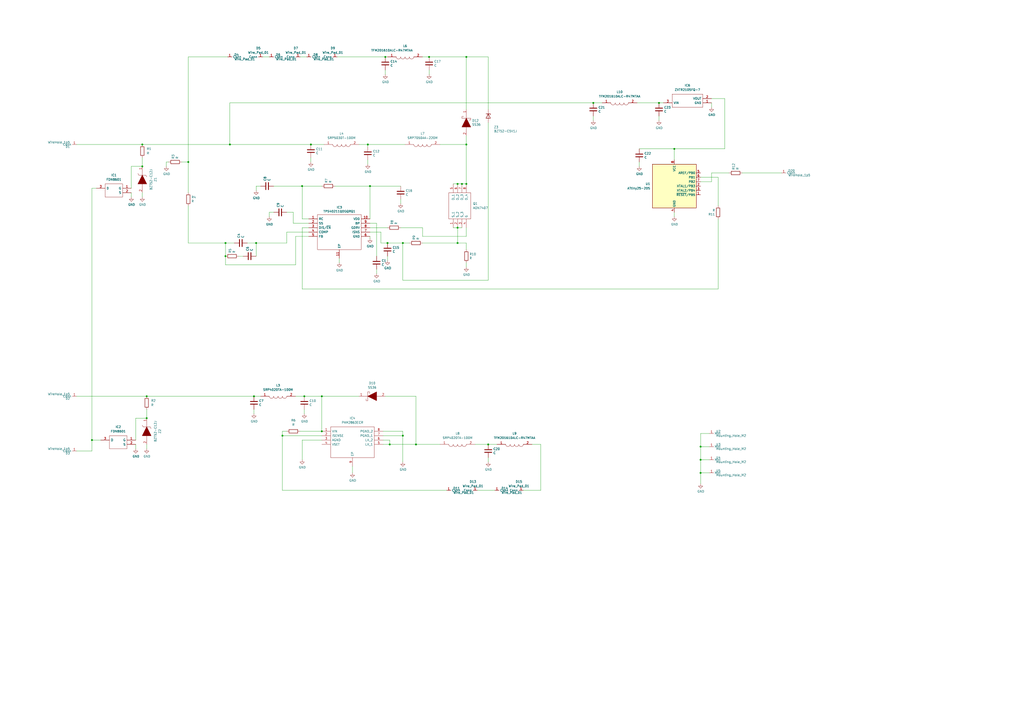
<source format=kicad_sch>
(kicad_sch (version 20211123) (generator eeschema)
  (paper "A2")
  (lib_symbols
    (symbol "AON7407:AON7407" (pin_names (offset 0.762))
      (property "Reference" "Q" (at 21.59 7.62 0))
      (property "Value" "AON7407" (at 21.59 5.08 0))
      (symbol "AON7407_0_0"
        (pin passive line (at 0 0 0) (length 5.08) (name "S_1") (number "1"))
        (pin passive line (at 0 -2.54 0) (length 5.08) (name "S_2") (number "2"))
        (pin passive line (at 0 -5.08 0) (length 5.08) (name "S_3") (number "3"))
        (pin passive line (at 0 -7.62 0) (length 5.08) (name "G") (number "4"))
        (pin passive line (at 25.4 0 180) (length 5.08) (name "D_1") (number "5"))
        (pin passive line (at 25.4 -2.54 180) (length 5.08) (name "D_2") (number "6"))
        (pin passive line (at 25.4 -5.08 180) (length 5.08) (name "D_3") (number "7"))
        (pin passive line (at 25.4 -7.62 180) (length 5.08) (name "D_4") (number "8"))
      )
    )
    (symbol "BZT52-C12J:BZT52-C12J" (pin_names (offset 0.762))
      (property "Reference" "Z" (at 10.16 8.89 0))
      (property "Value" "BZT52-C12J" (at 10.16 6.35 0))
      (symbol "BZT52-C12J_0_0"
        (pin passive line (at 0 0 0) (length 2.54) (name "~") (number "1"))
        (pin passive line (at 15.24 0 180) (length 2.54) (name "~") (number "2"))
      )
    )
    (symbol "Connectors_for_Wire:WireHole_1p5"
      (property "Reference" "D" (at 0 -1.27 0))
      (property "Value" "WireHole_1p5" (at 0 1.27 0))
      (symbol "WireHole_1p5_1_0"
        (pin bidirectional line (at 0 0 0) (length 2.54) (name "Conn") (number "1"))
      )
    )
    (symbol "Connectors_for_Wire:Wire_Pad_01"
      (property "Reference" "D" (at -0.6875 -1.3327 0))
      (property "Value" "Wire_Pad_01" (at 0 1.27 0))
      (symbol "Wire_Pad_01_1_1"
        (pin unspecified line (at 0 0 0) (length 2.54) (name "Conn") (number "1"))
      )
    )
    (symbol "Device:C" (pin_numbers hide) (pin_names (offset 0.254))
      (property "Reference" "C" (at 0.635 2.54 0))
      (property "Value" "C" (at 0.635 -2.54 0))
      (symbol "C_1_1"
        (pin passive line (at 0 3.81 270) (length 2.794) (name "~") (number "1"))
        (pin passive line (at 0 -3.81 90) (length 2.794) (name "~") (number "2"))
      )
    )
    (symbol "Device:R" (pin_numbers hide) (pin_names (offset 0))
      (property "Reference" "R" (at 2.032 0 90))
      (property "Value" "R" (at 0 0 90))
      (symbol "R_1_1"
        (pin passive line (at 0 3.81 270) (length 1.27) (name "~") (number "1"))
        (pin passive line (at 0 -3.81 90) (length 1.27) (name "~") (number "2"))
      )
    )
    (symbol "Diode:MM3Zxx" (pin_numbers hide) (pin_names hide)
      (property "Reference" "D" (at 0 2.54 0))
      (property "Value" "MM3Zxx" (at 0 -2.54 0))
      (symbol "MM3Zxx_1_1"
        (pin passive line (at -3.81 0 0) (length 2.54) (name "K") (number "1"))
        (pin passive line (at 3.81 0 180) (length 2.54) (name "A") (number "2"))
      )
    )
    (symbol "FDN8601:FDN8601" (pin_names (offset 0.762))
      (property "Reference" "IC" (at 16.51 7.62 0))
      (property "Value" "FDN8601" (at 16.51 5.08 0))
      (symbol "FDN8601_0_0"
        (pin passive line (at 0 0 0) (length 5.08) (name "G") (number "1"))
        (pin passive line (at 0 -2.54 0) (length 5.08) (name "S") (number "2"))
        (pin passive line (at 20.32 0 180) (length 5.08) (name "D") (number "3"))
      )
    )
    (symbol "MCU_Microchip_ATtiny:ATtiny25-20S"
      (property "Reference" "U" (at -12.7 13.97 0))
      (property "Value" "ATtiny25-20S" (at 2.54 -13.97 0))
      (symbol "ATtiny25-20S_1_1"
        (pin bidirectional line (at 15.24 -5.08 180) (length 2.54) (name "~{RESET}/PB5") (number "1"))
        (pin bidirectional line (at 15.24 0 180) (length 2.54) (name "XTAL1/PB3") (number "2"))
        (pin bidirectional line (at 15.24 -2.54 180) (length 2.54) (name "XTAL2/PB4") (number "3"))
        (pin power_in line (at 0 -15.24 90) (length 2.54) (name "GND") (number "4"))
        (pin bidirectional line (at 15.24 7.62 180) (length 2.54) (name "AREF/PB0") (number "5"))
        (pin bidirectional line (at 15.24 5.08 180) (length 2.54) (name "PB1") (number "6"))
        (pin bidirectional line (at 15.24 2.54 180) (length 2.54) (name "PB2") (number "7"))
        (pin power_in line (at 0 15.24 270) (length 2.54) (name "VCC") (number "8"))
      )
    )
    (symbol "Main_PCB_001-rescue:TPS40211QDGQRQ1-TPS40211QDGQRQ1" (pin_names (offset 0.762))
      (property "Reference" "IC" (at 31.75 7.62 0))
      (property "Value" "TPS40211QDGQRQ1-TPS40211QDGQRQ1" (at 31.75 5.08 0))
      (symbol "TPS40211QDGQRQ1-TPS40211QDGQRQ1_0_0"
        (pin passive line (at 0 0 0) (length 5.08) (name "RC") (number "1"))
        (pin passive line (at 35.56 0 180) (length 5.08) (name "VDD") (number "10"))
        (pin passive line (at 17.78 -22.86 90) (length 5.08) (name "EP") (number "11"))
        (pin passive line (at 0 -2.54 0) (length 5.08) (name "SS") (number "2"))
        (pin passive line (at 0 -5.08 0) (length 5.08) (name "DIS/~{EN}") (number "3"))
        (pin passive line (at 0 -7.62 0) (length 5.08) (name "COMP") (number "4"))
        (pin passive line (at 0 -10.16 0) (length 5.08) (name "FB") (number "5"))
        (pin passive line (at 35.56 -10.16 180) (length 5.08) (name "GND") (number "6"))
        (pin passive line (at 35.56 -7.62 180) (length 5.08) (name "ISNS") (number "7"))
        (pin passive line (at 35.56 -5.08 180) (length 5.08) (name "GDRV") (number "8"))
        (pin passive line (at 35.56 -2.54 180) (length 5.08) (name "BP") (number "9"))
      )
    )
    (symbol "Mounting_Holes:Mounting_Hole_M2"
      (property "Reference" "U" (at 0 -1.27 0))
      (property "Value" "Mounting_Hole_M2" (at 0 2.54 0))
      (symbol "Mounting_Hole_M2_1_1"
        (pin input line (at -2.54 0 0) (length 2.54) (name "Mnt") (number "1"))
      )
    )
    (symbol "PAM2863ECR:PAM2863ECR" (pin_names (offset 0.762))
      (property "Reference" "IC" (at 31.75 7.62 0))
      (property "Value" "PAM2863ECR" (at 31.75 5.08 0))
      (symbol "PAM2863ECR_0_0"
        (pin passive line (at 0 0 0) (length 5.08) (name "VIN") (number "1"))
        (pin passive line (at 0 -2.54 0) (length 5.08) (name "ISENSE") (number "2"))
        (pin passive line (at 0 -5.08 0) (length 5.08) (name "AGND") (number "3"))
        (pin passive line (at 0 -7.62 0) (length 5.08) (name "VSET") (number "4"))
        (pin passive line (at 35.56 -7.62 180) (length 5.08) (name "LX_1") (number "5"))
        (pin passive line (at 35.56 -5.08 180) (length 5.08) (name "LX_2") (number "6"))
        (pin passive line (at 35.56 -2.54 180) (length 5.08) (name "PGND_1") (number "7"))
        (pin passive line (at 35.56 0 180) (length 5.08) (name "PGND_2") (number "8"))
        (pin passive line (at 17.78 -20.32 90) (length 5.08) (name "EP") (number "9"))
      )
    )
    (symbol "SRP4020TA-100M:SRP4020TA-100M" (pin_names (offset 0.762))
      (property "Reference" "L" (at 16.51 6.35 0))
      (property "Value" "SRP4020TA-100M" (at 16.51 3.81 0))
      (symbol "SRP4020TA-100M_0_0"
        (pin passive line (at 0 0 0) (length 5.08) (name "~") (number "1"))
        (pin passive line (at 20.32 0 180) (length 5.08) (name "~") (number "2"))
      )
    )
    (symbol "SRP5030T-100M:SRP5030T-100M" (pin_names (offset 0.762))
      (property "Reference" "L" (at 16.51 6.35 0))
      (property "Value" "SRP5030T-100M" (at 16.51 3.81 0))
      (symbol "SRP5030T-100M_0_0"
        (pin passive line (at 0 0 0) (length 5.08) (name "~") (number "1"))
        (pin passive line (at 20.32 0 180) (length 5.08) (name "~") (number "2"))
      )
    )
    (symbol "SRP7050AA-220M:SRP7050AA-220M" (pin_names (offset 0.762))
      (property "Reference" "L" (at 16.51 6.35 0))
      (property "Value" "SRP7050AA-220M" (at 16.51 3.81 0))
      (symbol "SRP7050AA-220M_0_0"
        (pin passive line (at 0 0 0) (length 5.08) (name "~") (number "1"))
        (pin passive line (at 20.32 0 180) (length 5.08) (name "~") (number "2"))
      )
    )
    (symbol "SS36:SS36" (pin_names (offset 0.762))
      (property "Reference" "D" (at 12.7 8.89 0))
      (property "Value" "SS36" (at 12.7 6.35 0))
      (symbol "SS36_0_0"
        (pin passive line (at 2.54 0 0) (length 2.54) (name "~") (number "1"))
        (pin passive line (at 17.78 0 180) (length 2.54) (name "~") (number "2"))
      )
    )
    (symbol "TFM201610ALC-R47MTAA:TFM201610ALC-R47MTAA" (pin_names (offset 0.762))
      (property "Reference" "L" (at 16.51 6.35 0))
      (property "Value" "TFM201610ALC-R47MTAA" (at 16.51 3.81 0))
      (symbol "TFM201610ALC-R47MTAA_0_0"
        (pin passive line (at 0 0 0) (length 5.08) (name "~") (number "1"))
        (pin passive line (at 20.32 0 180) (length 5.08) (name "~") (number "2"))
      )
    )
    (symbol "ZXTR2105FQ-7:ZXTR2105FQ-7" (pin_names (offset 0.762))
      (property "Reference" "IC" (at 24.13 7.62 0))
      (property "Value" "ZXTR2105FQ-7" (at 24.13 5.08 0))
      (symbol "ZXTR2105FQ-7_0_0"
        (pin passive line (at 0 0 0) (length 5.08) (name "GND") (number "1"))
        (pin passive line (at 0 -2.54 0) (length 5.08) (name "VOUT") (number "2"))
        (pin passive line (at 27.94 0 180) (length 5.08) (name "VIN") (number "3"))
      )
    )
    (symbol "power:GND" (power) (pin_names (offset 0))
      (property "Value" "GND" (at 0 -3.81 0))
      (symbol "GND_1_1"
        (pin power_in line (at 0 0 270) (length 0) hide (name "GND") (number "1"))
      )
    )
  )
  (junction (at 283.21 257.81))
  (junction (at 241.3 257.81))
  (junction (at 344.17 59.69))
  (junction (at 406.4 274.32))
  (junction (at 148.59 140.97))
  (junction (at 265.43 132.08))
  (junction (at 186.69 229.87))
  (junction (at 85.09 229.87))
  (junction (at 214.63 107.95))
  (junction (at 224.79 140.97))
  (junction (at 226.06 257.81))
  (junction (at 176.53 229.87))
  (junction (at 265.43 106.68))
  (junction (at 186.69 250.19))
  (junction (at 180.34 83.82))
  (junction (at 270.51 33.02))
  (junction (at 270.51 106.68))
  (junction (at 406.4 266.7))
  (junction (at 267.97 106.68))
  (junction (at 213.36 83.82))
  (junction (at 133.35 83.82))
  (junction (at 233.68 140.97))
  (junction (at 248.92 33.02))
  (junction (at 130.81 140.97))
  (junction (at 147.32 229.87))
  (junction (at 82.55 83.82))
  (junction (at 85.09 242.57))
  (junction (at 130.81 148.59))
  (junction (at 109.22 93.98))
  (junction (at 382.27 59.69))
  (junction (at 223.52 33.02))
  (junction (at 53.34 255.27))
  (junction (at 82.55 96.52))
  (junction (at 233.68 252.73))
  (junction (at 391.16 86.36))
  (junction (at 163.83 252.73))
  (junction (at 175.26 107.95))
  (junction (at 406.4 259.08))
  (junction (at 270.51 83.82))
  (junction (at 265.43 140.97))
  (wire (pts (xy 130.81 148.59) (xy 130.81 153.67)))
  (wire (pts (xy 406.4 102.87) (xy 416.56 102.87)))
  (wire (pts (xy 265.43 140.97) (xy 270.51 140.97)))
  (wire (pts (xy 270.51 140.97) (xy 270.51 144.78)))
  (wire (pts (xy 158.75 123.19) (xy 156.21 123.19)))
  (wire (pts (xy 147.32 229.87) (xy 151.13 229.87)))
  (wire (pts (xy 204.47 270.51) (xy 204.47 274.32)))
  (wire (pts (xy 85.09 257.81) (xy 85.09 260.35)))
  (wire (pts (xy 226.06 255.27) (xy 226.06 257.81)))
  (wire (pts (xy 85.09 229.87) (xy 147.32 229.87)))
  (wire (pts (xy 218.44 148.59) (xy 218.44 129.54)))
  (wire (pts (xy 180.34 83.82) (xy 187.96 83.82)))
  (wire (pts (xy 82.55 91.44) (xy 82.55 96.52)))
  (wire (pts (xy 406.4 259.08) (xy 411.48 259.08)))
  (wire (pts (xy 241.3 257.81) (xy 226.06 257.81)))
  (wire (pts (xy 44.45 229.87) (xy 85.09 229.87)))
  (wire (pts (xy 196.85 149.86) (xy 196.85 152.4)))
  (wire (pts (xy 220.98 140.97) (xy 224.79 140.97)))
  (wire (pts (xy 233.68 252.73) (xy 233.68 267.97)))
  (wire (pts (xy 265.43 132.08) (xy 267.97 132.08)))
  (wire (pts (xy 233.68 140.97) (xy 233.68 162.56)))
  (wire (pts (xy 224.79 148.59) (xy 224.79 151.13)))
  (wire (pts (xy 44.45 261.62) (xy 53.34 261.62)))
  (wire (pts (xy 170.18 123.19) (xy 170.18 129.54)))
  (wire (pts (xy 270.51 33.02) (xy 270.51 63.5)))
  (wire (pts (xy 406.4 251.46) (xy 411.48 251.46)))
  (wire (pts (xy 391.16 86.36) (xy 391.16 92.71)))
  (wire (pts (xy 158.75 107.95) (xy 175.26 107.95)))
  (wire (pts (xy 82.55 111.76) (xy 82.55 114.3)))
  (wire (pts (xy 218.44 129.54) (xy 214.63 129.54)))
  (wire (pts (xy 255.27 257.81) (xy 241.3 257.81)))
  (wire (pts (xy 76.2 96.52) (xy 82.55 96.52)))
  (wire (pts (xy 412.75 105.41) (xy 412.75 100.33)))
  (wire (pts (xy 406.4 266.7) (xy 411.48 266.7)))
  (wire (pts (xy 245.11 33.02) (xy 248.92 33.02)))
  (wire (pts (xy 303.53 284.48) (xy 313.69 284.48)))
  (wire (pts (xy 109.22 119.38) (xy 109.22 140.97)))
  (wire (pts (xy 416.56 167.64) (xy 175.26 167.64)))
  (wire (pts (xy 412.75 57.15) (xy 420.37 57.15)))
  (wire (pts (xy 180.34 91.44) (xy 180.34 93.98)))
  (wire (pts (xy 76.2 111.76) (xy 76.2 114.3)))
  (wire (pts (xy 233.68 250.19) (xy 233.68 252.73)))
  (wire (pts (xy 170.18 129.54) (xy 179.07 129.54)))
  (wire (pts (xy 412.75 100.33) (xy 422.91 100.33)))
  (wire (pts (xy 406.4 105.41) (xy 412.75 105.41)))
  (wire (pts (xy 173.99 250.19) (xy 186.69 250.19)))
  (wire (pts (xy 175.26 127) (xy 179.07 127)))
  (wire (pts (xy 270.51 106.68) (xy 267.97 106.68)))
  (wire (pts (xy 370.84 93.98) (xy 370.84 96.52)))
  (wire (pts (xy 186.69 107.95) (xy 175.26 107.95)))
  (wire (pts (xy 313.69 257.81) (xy 308.61 257.81)))
  (wire (pts (xy 412.75 59.69) (xy 412.75 62.23)))
  (wire (pts (xy 430.53 100.33) (xy 453.39 100.33)))
  (wire (pts (xy 166.37 250.19) (xy 163.83 250.19)))
  (wire (pts (xy 226.06 257.81) (xy 222.25 257.81)))
  (wire (pts (xy 53.34 255.27) (xy 58.42 255.27)))
  (wire (pts (xy 406.4 259.08) (xy 406.4 266.7)))
  (wire (pts (xy 420.37 86.36) (xy 391.16 86.36)))
  (wire (pts (xy 406.4 274.32) (xy 411.48 274.32)))
  (wire (pts (xy 133.35 83.82) (xy 180.34 83.82)))
  (wire (pts (xy 175.26 132.08) (xy 179.07 132.08)))
  (wire (pts (xy 222.25 250.19) (xy 233.68 250.19)))
  (wire (pts (xy 245.11 137.16) (xy 245.11 132.08)))
  (wire (pts (xy 406.4 266.7) (xy 406.4 274.32)))
  (wire (pts (xy 218.44 156.21) (xy 218.44 158.75)))
  (wire (pts (xy 76.2 109.22) (xy 76.2 96.52)))
  (wire (pts (xy 406.4 274.32) (xy 406.4 280.67)))
  (wire (pts (xy 175.26 167.64) (xy 175.26 132.08)))
  (wire (pts (xy 130.81 140.97) (xy 130.81 148.59)))
  (wire (pts (xy 166.37 140.97) (xy 148.59 140.97)))
  (wire (pts (xy 109.22 33.02) (xy 109.22 93.98)))
  (wire (pts (xy 179.07 134.62) (xy 166.37 134.62)))
  (wire (pts (xy 105.41 93.98) (xy 109.22 93.98)))
  (wire (pts (xy 283.21 33.02) (xy 270.51 33.02)))
  (wire (pts (xy 270.51 132.08) (xy 270.51 137.16)))
  (wire (pts (xy 237.49 140.97) (xy 233.68 140.97)))
  (wire (pts (xy 166.37 123.19) (xy 170.18 123.19)))
  (wire (pts (xy 44.45 83.82) (xy 82.55 83.82)))
  (wire (pts (xy 214.63 132.08) (xy 224.79 132.08)))
  (wire (pts (xy 275.59 257.81) (xy 283.21 257.81)))
  (wire (pts (xy 283.21 33.02) (xy 283.21 63.5)))
  (wire (pts (xy 382.27 67.31) (xy 382.27 69.85)))
  (wire (pts (xy 220.98 134.62) (xy 220.98 140.97)))
  (wire (pts (xy 195.58 33.02) (xy 223.52 33.02)))
  (wire (pts (xy 53.34 255.27) (xy 53.34 109.22)))
  (wire (pts (xy 313.69 284.48) (xy 313.69 257.81)))
  (wire (pts (xy 344.17 67.31) (xy 344.17 69.85)))
  (wire (pts (xy 420.37 57.15) (xy 420.37 86.36)))
  (wire (pts (xy 391.16 86.36) (xy 370.84 86.36)))
  (wire (pts (xy 406.4 251.46) (xy 406.4 259.08)))
  (wire (pts (xy 132.08 33.02) (xy 109.22 33.02)))
  (wire (pts (xy 270.51 152.4) (xy 270.51 154.94)))
  (wire (pts (xy 194.31 107.95) (xy 214.63 107.95)))
  (wire (pts (xy 416.56 102.87) (xy 416.56 119.38)))
  (wire (pts (xy 176.53 229.87) (xy 186.69 229.87)))
  (wire (pts (xy 283.21 257.81) (xy 288.29 257.81)))
  (wire (pts (xy 78.74 255.27) (xy 78.74 242.57)))
  (wire (pts (xy 82.55 83.82) (xy 133.35 83.82)))
  (wire (pts (xy 151.13 107.95) (xy 148.59 107.95)))
  (wire (pts (xy 214.63 137.16) (xy 214.63 138.43)))
  (wire (pts (xy 171.45 229.87) (xy 176.53 229.87)))
  (wire (pts (xy 265.43 132.08) (xy 265.43 140.97)))
  (wire (pts (xy 391.16 123.19) (xy 391.16 125.73)))
  (wire (pts (xy 171.45 153.67) (xy 171.45 137.16)))
  (wire (pts (xy 140.97 148.59) (xy 138.43 148.59)))
  (wire (pts (xy 176.53 237.49) (xy 176.53 240.03)))
  (wire (pts (xy 245.11 140.97) (xy 265.43 140.97)))
  (wire (pts (xy 163.83 250.19) (xy 163.83 252.73)))
  (wire (pts (xy 148.59 148.59) (xy 148.59 140.97)))
  (wire (pts (xy 382.27 59.69) (xy 384.81 59.69)))
  (wire (pts (xy 241.3 229.87) (xy 241.3 257.81)))
  (wire (pts (xy 214.63 134.62) (xy 220.98 134.62)))
  (wire (pts (xy 270.51 83.82) (xy 270.51 106.68)))
  (wire (pts (xy 245.11 132.08) (xy 232.41 132.08)))
  (wire (pts (xy 175.26 255.27) (xy 175.26 266.7)))
  (wire (pts (xy 109.22 140.97) (xy 130.81 140.97)))
  (wire (pts (xy 248.92 33.02) (xy 270.51 33.02)))
  (wire (pts (xy 166.37 134.62) (xy 166.37 140.97)))
  (wire (pts (xy 175.26 107.95) (xy 175.26 127)))
  (wire (pts (xy 270.51 137.16) (xy 245.11 137.16)))
  (wire (pts (xy 213.36 83.82) (xy 208.28 83.82)))
  (wire (pts (xy 148.59 107.95) (xy 148.59 110.49)))
  (wire (pts (xy 96.52 93.98) (xy 96.52 96.52)))
  (wire (pts (xy 171.45 137.16) (xy 179.07 137.16)))
  (wire (pts (xy 156.21 123.19) (xy 156.21 125.73)))
  (wire (pts (xy 148.59 140.97) (xy 143.51 140.97)))
  (wire (pts (xy 163.83 284.48) (xy 163.83 252.73)))
  (wire (pts (xy 222.25 252.73) (xy 233.68 252.73)))
  (wire (pts (xy 232.41 115.57) (xy 232.41 118.11)))
  (wire (pts (xy 262.89 106.68) (xy 265.43 106.68)))
  (wire (pts (xy 133.35 59.69) (xy 344.17 59.69)))
  (wire (pts (xy 213.36 83.82) (xy 213.36 85.09)))
  (wire (pts (xy 174.1262 33.02) (xy 177.9362 33.02)))
  (wire (pts (xy 416.56 127) (xy 416.56 167.64)))
  (wire (pts (xy 213.36 92.71) (xy 213.36 95.25)))
  (wire (pts (xy 223.52 40.64) (xy 223.52 43.18)))
  (wire (pts (xy 276.86 284.48) (xy 287.02 284.48)))
  (wire (pts (xy 186.69 250.19) (xy 186.69 229.87)))
  (wire (pts (xy 53.34 261.62) (xy 53.34 255.27)))
  (wire (pts (xy 234.95 83.82) (xy 213.36 83.82)))
  (wire (pts (xy 78.74 257.81) (xy 78.74 260.35)))
  (wire (pts (xy 97.79 93.98) (xy 96.52 93.98)))
  (wire (pts (xy 152.4 33.02) (xy 156.21 33.02)))
  (wire (pts (xy 53.34 109.22) (xy 55.88 109.22)))
  (wire (pts (xy 344.17 59.69) (xy 349.25 59.69)))
  (wire (pts (xy 233.68 162.56) (xy 283.21 162.56)))
  (wire (pts (xy 248.92 40.64) (xy 248.92 43.18)))
  (wire (pts (xy 283.21 265.43) (xy 283.21 267.97)))
  (wire (pts (xy 223.52 33.02) (xy 224.79 33.02)))
  (wire (pts (xy 223.52 229.87) (xy 241.3 229.87)))
  (wire (pts (xy 147.32 237.49) (xy 147.32 240.03)))
  (wire (pts (xy 78.74 242.57) (xy 85.09 242.57)))
  (wire (pts (xy 133.35 59.69) (xy 133.35 83.82)))
  (wire (pts (xy 283.21 71.12) (xy 283.21 162.56)))
  (wire (pts (xy 233.68 140.97) (xy 224.79 140.97)))
  (wire (pts (xy 265.43 106.68) (xy 267.97 106.68)))
  (wire (pts (xy 109.22 93.98) (xy 109.22 111.76)))
  (wire (pts (xy 175.26 255.27) (xy 186.69 255.27)))
  (wire (pts (xy 259.08 284.48) (xy 163.83 284.48)))
  (wire (pts (xy 255.27 83.82) (xy 270.51 83.82)))
  (wire (pts (xy 130.81 153.67) (xy 171.45 153.67)))
  (wire (pts (xy 135.89 140.97) (xy 130.81 140.97)))
  (wire (pts (xy 163.83 252.73) (xy 186.69 252.73)))
  (wire (pts (xy 222.25 255.27) (xy 226.06 255.27)))
  (wire (pts (xy 85.09 237.49) (xy 85.09 242.57)))
  (wire (pts (xy 214.63 127) (xy 214.63 107.95)))
  (wire (pts (xy 262.89 132.08) (xy 265.43 132.08)))
  (wire (pts (xy 186.69 229.87) (xy 208.28 229.87)))
  (wire (pts (xy 369.57 59.69) (xy 382.27 59.69)))
  (wire (pts (xy 270.51 83.82) (xy 270.51 78.74)))
  (wire (pts (xy 214.63 107.95) (xy 232.41 107.95)))
  (symbol (lib_id "Main_PCB_001-rescue:TPS40211QDGQRQ1-TPS40211QDGQRQ1") (at 179.07 127 0) (unit 1)
    (property "Reference" "IC3" (at 196.85 120.269 0))
    (property "Value" "TPS40211QDGQRQ1" (at 196.85 122.5804 0))
    (property "Footprint" "libraries:SOP50P490X110-11N" (effects hide))
    (property "Datasheet" "http://www.ti.com/lit/gpn/tps40211-q1" (effects hide))
    (property "Description" "4.5V to 52V Wide Input range current mode boost controller with 260 mV reference voltage" (effects hide))
    (property "Height" "1.1" (effects hide))
    (property "Manufacturer_Name" "Texas Instruments" (effects hide))
    (property "Manufacturer_Part_Number" "TPS40211QDGQRQ1" (effects hide))
    (property "Mouser Part Number" "595-TPS40211QDGQRQ1" (effects hide))
    (property "Mouser Price/Stock" "https://www.mouser.co.uk/ProductDetail/Texas-Instruments/TPS40211QDGQRQ1?qs=XGzIaZb%2FFYKjJ5OLwHPUhQ%3D%3D" (effects hide))
    (property "Arrow Part Number" "TPS40211QDGQRQ1" (effects hide))
    (property "Arrow Price/Stock" "https://www.arrow.com/en/products/tps40211qdgqrq1/texas-instruments?region=nac" (effects hide))
  )
  (symbol (lib_id "Device:R") (at 109.22 115.57 0) (unit 1)
    (property "Reference" "R4" (at 110.998 114.4016 0) (effects (justify left)))
    (property "Value" "R" (at 110.998 116.713 0) (effects (justify left)))
    (property "Footprint" "Resistor_SMD:R_0402_1005Metric_Pad0.72x0.64mm_HandSolder" (effects hide))
  )
  (symbol (lib_id "Device:R") (at 101.6 93.98 90) (unit 1)
    (property "Reference" "R3" (at 100.4316 92.202 0) (effects (justify left)))
    (property "Value" "R" (at 102.743 92.202 0) (effects (justify left)))
    (property "Footprint" "Resistor_SMD:R_0805_2012Metric_Pad1.20x1.40mm_HandSolder" (effects hide))
  )
  (symbol (lib_id "Device:R") (at 228.6 132.08 90) (unit 1)
    (property "Reference" "R8" (at 227.4316 130.302 0) (effects (justify left)))
    (property "Value" "R" (at 229.743 130.302 0) (effects (justify left)))
    (property "Footprint" "Resistor_SMD:R_0402_1005Metric_Pad0.72x0.64mm_HandSolder" (effects hide))
  )
  (symbol (lib_id "Device:R") (at 241.3 140.97 90) (unit 1)
    (property "Reference" "R9" (at 240.1316 139.192 0) (effects (justify left)))
    (property "Value" "R" (at 242.443 139.192 0) (effects (justify left)))
    (property "Footprint" "Resistor_SMD:R_0603_1608Metric_Pad0.98x0.95mm_HandSolder" (effects hide))
  )
  (symbol (lib_id "Device:R") (at 190.5 107.95 90) (unit 1)
    (property "Reference" "R7" (at 189.3316 106.172 0) (effects (justify left)))
    (property "Value" "R" (at 191.643 106.172 0) (effects (justify left)))
    (property "Footprint" "Resistor_SMD:R_0402_1005Metric_Pad0.72x0.64mm_HandSolder" (effects hide))
  )
  (symbol (lib_id "Device:R") (at 270.51 148.59 0) (unit 1)
    (property "Reference" "R10" (at 272.288 147.4216 0) (effects (justify left)))
    (property "Value" "R" (at 272.288 149.733 0) (effects (justify left)))
    (property "Footprint" "Resistor_SMD:R_0603_1608Metric_Pad0.98x0.95mm_HandSolder" (effects hide))
  )
  (symbol (lib_id "Device:C") (at 144.78 148.59 90) (unit 1)
    (property "Reference" "C6" (at 143.6116 145.669 0) (effects (justify left)))
    (property "Value" "C" (at 145.923 145.669 0) (effects (justify left)))
    (property "Footprint" "Capacitor_SMD:C_0402_1005Metric_Pad0.74x0.62mm_HandSolder" (effects hide))
  )
  (symbol (lib_id "Device:R") (at 134.62 148.59 90) (unit 1)
    (property "Reference" "R5" (at 133.4516 146.812 0) (effects (justify left)))
    (property "Value" "R" (at 135.763 146.812 0) (effects (justify left)))
    (property "Footprint" "Resistor_SMD:R_0402_1005Metric_Pad0.72x0.64mm_HandSolder" (effects hide))
  )
  (symbol (lib_id "Device:C") (at 154.94 107.95 90) (unit 1)
    (property "Reference" "C8" (at 153.7716 105.029 0) (effects (justify left)))
    (property "Value" "C" (at 156.083 105.029 0) (effects (justify left)))
    (property "Footprint" "Capacitor_SMD:C_0402_1005Metric_Pad0.74x0.62mm_HandSolder" (effects hide))
  )
  (symbol (lib_id "Device:C") (at 232.41 111.76 0) (unit 1)
    (property "Reference" "C16" (at 235.331 110.5916 0) (effects (justify left)))
    (property "Value" "C" (at 235.331 112.903 0) (effects (justify left)))
    (property "Footprint" "Capacitor_SMD:C_0603_1608Metric_Pad1.08x0.95mm_HandSolder" (effects hide))
  )
  (symbol (lib_id "Device:C") (at 139.7 140.97 90) (unit 1)
    (property "Reference" "C4" (at 138.5316 138.049 0) (effects (justify left)))
    (property "Value" "C" (at 140.843 138.049 0) (effects (justify left)))
    (property "Footprint" "Capacitor_SMD:C_0402_1005Metric_Pad0.74x0.62mm_HandSolder" (effects hide))
  )
  (symbol (lib_id "Device:C") (at 162.56 123.19 90) (unit 1)
    (property "Reference" "C9" (at 161.3916 120.269 0) (effects (justify left)))
    (property "Value" "C" (at 163.703 120.269 0) (effects (justify left)))
    (property "Footprint" "Capacitor_SMD:C_0402_1005Metric_Pad0.74x0.62mm_HandSolder" (effects hide))
  )
  (symbol (lib_id "Device:C") (at 224.79 144.78 0) (unit 1)
    (property "Reference" "C15" (at 227.711 143.6116 0) (effects (justify left)))
    (property "Value" "C" (at 227.711 145.923 0) (effects (justify left)))
    (property "Footprint" "Capacitor_SMD:C_0402_1005Metric_Pad0.74x0.62mm_HandSolder" (effects hide))
  )
  (symbol (lib_id "power:GND") (at 232.41 118.11 0) (unit 1)
    (property "Reference" "#PWR023" (effects hide))
    (property "Value" "GND" (at 232.537 122.5042 0))
  )
  (symbol (lib_id "power:GND") (at 214.63 138.43 0) (unit 1)
    (property "Reference" "#PWR019" (effects hide))
    (property "Value" "GND" (at 214.757 142.8242 0))
  )
  (symbol (lib_id "power:GND") (at 196.85 152.4 0) (unit 1)
    (property "Reference" "#PWR016" (effects hide))
    (property "Value" "GND" (at 196.977 156.7942 0))
  )
  (symbol (lib_id "power:GND") (at 270.51 154.94 0) (unit 1)
    (property "Reference" "#PWR028" (effects hide))
    (property "Value" "GND" (at 270.637 159.3342 0))
  )
  (symbol (lib_id "power:GND") (at 96.52 96.52 0) (unit 1)
    (property "Reference" "#PWR05" (effects hide))
    (property "Value" "GND" (at 96.647 100.9142 0))
  )
  (symbol (lib_id "power:GND") (at 148.59 110.49 0) (unit 1)
    (property "Reference" "#PWR011" (effects hide))
    (property "Value" "GND" (at 148.717 114.8842 0))
  )
  (symbol (lib_id "power:GND") (at 156.21 125.73 0) (unit 1)
    (property "Reference" "#PWR012" (effects hide))
    (property "Value" "GND" (at 156.337 130.1242 0))
  )
  (symbol (lib_id "power:GND") (at 224.79 151.13 0) (unit 1)
    (property "Reference" "#PWR022" (effects hide))
    (property "Value" "GND" (at 224.917 155.5242 0))
  )
  (symbol (lib_id "SS36:SS36") (at 270.51 60.96 270) (unit 1)
    (property "Reference" "D12" (at 273.812 69.9516 90) (effects (justify left)))
    (property "Value" "SS36" (at 273.812 72.263 90) (effects (justify left)))
    (property "Footprint" "libraries:SODFL4626X120N" (effects hide))
    (property "Datasheet" "https://docs.rs-online.com/a290/0900766b8002669b.pdf" (effects hide))
    (property "Description" "Rectifier Diode, Schottky, 60 Volt, DO-214AB / SMC" (effects hide))
    (property "Height" "2.62" (effects hide))
    (property "Manufacturer_Name" "Vishay" (effects hide))
    (property "Manufacturer_Part_Number" "SS36" (effects hide))
  )
  (symbol (lib_id "Diode:MM3Zxx") (at 283.21 67.31 270) (unit 1)
    (property "Reference" "Z3" (at 286.512 73.7616 90) (effects (justify left)))
    (property "Value" "BZT52-C5V1J" (at 286.512 76.073 90) (effects (justify left)))
    (property "Footprint" "Diode_SMD:D_SOD-323F" (effects hide))
    (property "Datasheet" "https://diotec.com/tl_files/diotec/files/pdf/datasheets/mm3z2v4.pdf" (effects hide))
    (property "Description" "Zener Diodes BZT52-C5V1/SOD123 SOD2" (effects hide))
    (property "Height" "1.3" (effects hide))
    (property "Manufacturer_Name" "Nexperia" (effects hide))
    (property "Manufacturer_Part_Number" "BZT52-C5V1J" (effects hide))
    (property "Mouser Part Number" "N/A" (effects hide))
    (property "Mouser Price/Stock" "https://www.mouser.com/Search/Refine.aspx?Keyword=N%2FA" (effects hide))
    (property "Arrow Part Number" "BZT52-C5V1J" (effects hide))
    (property "Arrow Price/Stock" "https://www.arrow.com/en/products/bzt52-c5v1j/nexperia" (effects hide))
  )
  (symbol (lib_id "SRP7050AA-220M:SRP7050AA-220M") (at 234.95 83.82 0) (unit 1)
    (property "Reference" "L7" (at 245.11 77.47 0))
    (property "Value" "SRP7050AA-220M" (at 245.11 80.01 0))
    (property "Footprint" "libraries:INDPM5752X300N" (effects hide))
    (property "Datasheet" "https://www.bourns.com/docs/Product-Datasheets/SRP7050AA.pdf" (effects hide))
    (property "Description" "Shielded Power Inductor 22uH" (effects hide))
    (property "Height" "5" (effects hide))
    (property "Manufacturer_Name" "Bourns" (effects hide))
    (property "Manufacturer_Part_Number" "SRP7050AA-220M" (effects hide))
    (property "Mouser Part Number" "652-SRP7050AA-220M" (effects hide))
    (property "Mouser Price/Stock" "https://www.mouser.co.uk/ProductDetail/Bourns/SRP7050AA-220M?qs=CiayqK2gdcLzSCtuPAylpQ%3D%3D" (effects hide))
  )
  (symbol (lib_id "Device:C") (at 223.52 36.83 0) (unit 1)
    (property "Reference" "C14" (at 226.441 35.6616 0) (effects (justify left)))
    (property "Value" "C" (at 226.441 37.973 0) (effects (justify left)))
    (property "Footprint" "Capacitor_SMD:C_0603_1608Metric_Pad1.08x0.95mm_HandSolder" (effects hide))
  )
  (symbol (lib_id "Device:R") (at 85.09 233.68 0) (unit 1)
    (property "Reference" "R2" (at 87.63 232.4099 0) (effects (justify left)))
    (property "Value" "R" (at 87.63 234.9499 0) (effects (justify left)))
    (property "Footprint" "Resistor_SMD:R_0603_1608Metric_Pad0.98x0.95mm_HandSolder" (effects hide))
  )
  (symbol (lib_id "ZXTR2105FQ-7:ZXTR2105FQ-7") (at 412.75 59.69 180) (unit 1)
    (property "Reference" "IC6" (at 398.78 49.53 0))
    (property "Value" "ZXTR2105FQ-7" (at 398.78 52.07 0))
    (property "Footprint" "libraries:SOT96P240X110-3N" (effects hide))
    (property "Datasheet" "https://www.diodes.com/assets/Datasheets/ZXTR2105F.pdf" (effects hide))
    (property "Description" "Linear Voltage Regulators Transistor Array" (effects hide))
    (property "Height" "1.1" (effects hide))
    (property "Manufacturer_Name" "Diodes Inc." (effects hide))
    (property "Manufacturer_Part_Number" "ZXTR2105FQ-7" (effects hide))
    (property "Mouser Part Number" "621-ZXTR2105FQ-7" (effects hide))
    (property "Mouser Price/Stock" "https://www.mouser.co.uk/ProductDetail/Diodes-Incorporated/ZXTR2105FQ-7?qs=4EhzHfbM1GhWfAX%2FiWltGQ%3D%3D" (effects hide))
    (property "Arrow Part Number" "ZXTR2105FQ-7" (effects hide))
    (property "Arrow Price/Stock" "https://www.arrow.com/en/products/zxtr2105fq-7/diodes-incorporated?region=nac" (effects hide))
  )
  (symbol (lib_id "Mounting_Holes:Mounting_Hole_M2") (at 414.02 259.08 0) (unit 1)
    (property "Reference" "U3" (at 415.29 257.8099 0) (effects (justify left)))
    (property "Value" "Mounting_Hole_M2" (at 415.29 260.3499 0) (effects (justify left)))
    (property "Footprint" "mount_holes:Hole_screw_M1p2" (effects hide))
  )
  (symbol (lib_id "PAM2863ECR:PAM2863ECR") (at 186.69 250.19 0) (unit 1)
    (property "Reference" "IC4" (at 204.47 242.57 0))
    (property "Value" "PAM2863ECR" (at 204.47 245.11 0))
    (property "Footprint" "libraries:SOIC127P600X175-9N" (effects hide))
    (property "Datasheet" "https://componentsearchengine.com/Datasheets/1/PAM2863ECR.pdf" (effects hide))
    (property "Description" "Step-down LED Driver 1MHz 40V 2A SOP-8EP DiodesZetex PAM2863ECR LED Driver IC, 4.5  40 V dc 2A 8-Pin SOP" (effects hide))
    (property "Height" "1.75" (effects hide))
    (property "Manufacturer_Name" "Diodes Inc." (effects hide))
    (property "Manufacturer_Part_Number" "PAM2863ECR" (effects hide))
    (property "Mouser Part Number" "621-PAM2863ECR" (effects hide))
    (property "Mouser Price/Stock" "https://www.mouser.co.uk/ProductDetail/Diodes-Incorporated/PAM2863ECR?qs=pYVYkI7xuRXLW6Fe66wa3w%3D%3D" (effects hide))
    (property "Arrow Part Number" "PAM2863ECR" (effects hide))
    (property "Arrow Price/Stock" "https://www.arrow.com/en/products/pam2863ecr/diodes-incorporated" (effects hide))
  )
  (symbol (lib_id "Connectors_for_Wire:Wire_Pad_01") (at 303.53 284.48 0) (mirror y) (unit 1)
    (property "Reference" "D15" (at 300.99 279.4 0))
    (property "Value" "Wire_Pad_01" (at 300.99 281.94 0))
    (property "Footprint" "libraries:Wire_Pad_01" (effects hide))
  )
  (symbol (lib_id "FDN8601:FDN8601") (at 78.74 255.27 0) (mirror y) (unit 1)
    (property "Reference" "IC2" (at 68.58 247.65 0))
    (property "Value" "FDN8601" (at 68.58 250.19 0))
    (property "Footprint" "libraries:SOT95P251X112-3N" (effects hide))
    (property "Datasheet" "https://www.onsemi.com/pub/Collateral/FDN8601-D.pdf" (effects hide))
    (property "Description" "FDN8601, N-channel MOSFET Transistor, 2.7 A 100 V, 3-Pin SuperSOT3" (effects hide))
    (property "Height" "1.12" (effects hide))
    (property "Manufacturer_Name" "ON Semiconductor" (effects hide))
    (property "Manufacturer_Part_Number" "FDN8601" (effects hide))
    (property "Mouser Part Number" "512-FDN8601" (effects hide))
    (property "Mouser Price/Stock" "https://www.mouser.co.uk/ProductDetail/ON-Semiconductor-Fairchild/FDN8601?qs=GCVmsggAYMQxsrEidktdfA%3D%3D" (effects hide))
    (property "Arrow Part Number" "FDN8601" (effects hide))
    (property "Arrow Price/Stock" "https://www.arrow.com/en/products/fdn8601/on-semiconductor" (effects hide))
  )
  (symbol (lib_id "power:GND") (at 223.52 43.18 0) (unit 1)
    (property "Reference" "#PWR021" (effects hide))
    (property "Value" "GND" (at 223.647 47.5742 0))
  )
  (symbol (lib_id "Device:C") (at 370.84 90.17 0) (unit 1)
    (property "Reference" "C22" (at 373.761 89.0016 0) (effects (justify left)))
    (property "Value" "C" (at 373.761 91.313 0) (effects (justify left)))
    (property "Footprint" "Capacitor_SMD:C_0603_1608Metric_Pad1.08x0.95mm_HandSolder" (effects hide))
  )
  (symbol (lib_id "FDN8601:FDN8601") (at 76.2 109.22 0) (mirror y) (unit 1)
    (property "Reference" "IC1" (at 66.04 101.6 0))
    (property "Value" "FDN8601" (at 66.04 104.14 0))
    (property "Footprint" "libraries:SOT95P251X112-3N" (effects hide))
    (property "Datasheet" "https://www.onsemi.com/pub/Collateral/FDN8601-D.pdf" (effects hide))
    (property "Description" "FDN8601, N-channel MOSFET Transistor, 2.7 A 100 V, 3-Pin SuperSOT3" (effects hide))
    (property "Height" "1.12" (effects hide))
    (property "Manufacturer_Name" "ON Semiconductor" (effects hide))
    (property "Manufacturer_Part_Number" "FDN8601" (effects hide))
    (property "Mouser Part Number" "512-FDN8601" (effects hide))
    (property "Mouser Price/Stock" "https://www.mouser.co.uk/ProductDetail/ON-Semiconductor-Fairchild/FDN8601?qs=GCVmsggAYMQxsrEidktdfA%3D%3D" (effects hide))
    (property "Arrow Part Number" "FDN8601" (effects hide))
    (property "Arrow Price/Stock" "https://www.arrow.com/en/products/fdn8601/on-semiconductor" (effects hide))
  )
  (symbol (lib_id "power:GND") (at 412.75 62.23 0) (unit 1)
    (property "Reference" "#PWR035" (effects hide))
    (property "Value" "GND" (at 412.877 66.6242 0))
  )
  (symbol (lib_id "SRP4020TA-100M:SRP4020TA-100M") (at 151.13 229.87 0) (unit 1)
    (property "Reference" "L3" (at 161.29 223.52 0))
    (property "Value" "SRP4020TA-100M" (at 161.29 226.06 0))
    (property "Footprint" "libraries:INDC2016X80N" (effects hide))
    (property "Datasheet" "http://www.bourns.com/docs/Product-Datasheets/SRP4020TA.pdf" (effects hide))
    (property "Description" "Bourns SRP4020TA Series Shielded Wire-wound SMD Inductor with a Carbonyl Powder Core, 10 uH +/-20% 1.8A Idc" (effects hide))
    (property "Height" "2" (effects hide))
    (property "Manufacturer_Name" "Bourns" (effects hide))
    (property "Manufacturer_Part_Number" "SRP4020TA-100M" (effects hide))
    (property "Mouser Part Number" "652-SRP4020TA-100M" (effects hide))
    (property "Mouser Price/Stock" "https://www.mouser.co.uk/ProductDetail/Bourns/SRP4020TA-100M?qs=Ph8%2FHnX6CQx3wposaLflWQ%3D%3D" (effects hide))
    (property "Arrow Part Number" "SRP4020TA-100M" (effects hide))
    (property "Arrow Price/Stock" "https://www.arrow.com/en/products/srp4020ta-100m/bourns?region=nac" (effects hide))
  )
  (symbol (lib_id "power:GND") (at 283.21 267.97 0) (unit 1)
    (property "Reference" "#PWR029" (effects hide))
    (property "Value" "GND" (at 283.337 272.3642 0))
  )
  (symbol (lib_id "power:GND") (at 344.17 69.85 0) (unit 1)
    (property "Reference" "#PWR030" (effects hide))
    (property "Value" "GND" (at 344.297 74.2442 0))
  )
  (symbol (lib_id "Mounting_Holes:Mounting_Hole_M2") (at 414.02 274.32 0) (unit 1)
    (property "Reference" "U5" (at 415.29 273.0499 0) (effects (justify left)))
    (property "Value" "Mounting_Hole_M2" (at 415.29 275.5899 0) (effects (justify left)))
    (property "Footprint" "mount_holes:Hole_screw_M1p2" (effects hide))
  )
  (symbol (lib_id "TFM201610ALC-R47MTAA:TFM201610ALC-R47MTAA") (at 288.29 257.81 0) (unit 1)
    (property "Reference" "L9" (at 298.45 251.46 0))
    (property "Value" "TFM201610ALC-R47MTAA" (at 298.45 254 0))
    (property "Footprint" "libraries:INDC2016X80N" (effects hide))
    (property "Datasheet" "https://datasheet.datasheetarchive.com/originals/distributors/DKDS41/DSANUWW0039576.pdf" (effects hide))
    (property "Description" "Inductors for Power Circuits, for Consumer, Thin Film Metal, TFM201610ALC ,-40 to +125" (effects hide))
    (property "Height" "0.8" (effects hide))
    (property "Manufacturer_Name" "TDK" (effects hide))
    (property "Manufacturer_Part_Number" "TFM201610ALC-R47MTAA" (effects hide))
    (property "Mouser Part Number" "810-TFM201610ALCR47M" (effects hide))
    (property "Mouser Price/Stock" "https://www.mouser.co.uk/ProductDetail/TDK/TFM201610ALC-R47MTAA?qs=MLItCLRbWsy9rkE7tyNMeg%3D%3D" (effects hide))
    (property "Arrow Part Number" "TFM201610ALC-R47MTAA" (effects hide))
    (property "Arrow Price/Stock" "https://www.arrow.com/en/products/tfm201610alc-r47mtaa/tdk" (effects hide))
  )
  (symbol (lib_id "Device:C") (at 213.36 88.9 0) (unit 1)
    (property "Reference" "C12" (at 216.281 87.7316 0) (effects (justify left)))
    (property "Value" "C" (at 216.281 90.043 0) (effects (justify left)))
    (property "Footprint" "Capacitor_SMD:C_1206_3216Metric_Pad1.33x1.80mm_HandSolder" (effects hide))
  )
  (symbol (lib_id "Device:C") (at 283.21 261.62 0) (unit 1)
    (property "Reference" "C20" (at 286.131 260.4516 0) (effects (justify left)))
    (property "Value" "C" (at 286.131 262.763 0) (effects (justify left)))
    (property "Footprint" "Capacitor_SMD:C_0805_2012Metric_Pad1.18x1.45mm_HandSolder" (effects hide))
  )
  (symbol (lib_id "Connectors_for_Wire:WireHole_1p5") (at 44.45 83.82 180) (unit 1)
    (property "Reference" "D1" (at 40.64 85.0901 0) (effects (justify left)))
    (property "Value" "WireHole_1p5" (at 40.64 82.5501 0) (effects (justify left)))
    (property "Footprint" "libraries:WireHole_1p2" (effects hide))
  )
  (symbol (lib_id "Mounting_Holes:Mounting_Hole_M2") (at 414.02 251.46 0) (unit 1)
    (property "Reference" "U2" (at 415.29 250.1899 0) (effects (justify left)))
    (property "Value" "Mounting_Hole_M2" (at 415.29 252.7299 0) (effects (justify left)))
    (property "Footprint" "mount_holes:Hole_screw_M1p2" (effects hide))
  )
  (symbol (lib_id "power:GND") (at 370.84 96.52 0) (unit 1)
    (property "Reference" "#PWR031" (effects hide))
    (property "Value" "GND" (at 370.967 100.9142 0))
  )
  (symbol (lib_id "Device:R") (at 416.56 123.19 180) (unit 1)
    (property "Reference" "R11" (at 414.782 124.3584 0) (effects (justify left)))
    (property "Value" "R" (at 414.782 122.047 0) (effects (justify left)))
    (property "Footprint" "Resistor_SMD:R_0603_1608Metric_Pad0.98x0.95mm_HandSolder" (effects hide))
  )
  (symbol (lib_id "Device:C") (at 180.34 87.63 0) (unit 1)
    (property "Reference" "C11" (at 183.261 86.4616 0) (effects (justify left)))
    (property "Value" "C" (at 183.261 88.773 0) (effects (justify left)))
    (property "Footprint" "Capacitor_SMD:C_0603_1608Metric_Pad1.08x0.95mm_HandSolder" (effects hide))
  )
  (symbol (lib_id "Device:R") (at 170.18 250.19 90) (unit 1)
    (property "Reference" "R6" (at 170.18 243.84 90))
    (property "Value" "R" (at 170.18 246.38 90))
    (property "Footprint" "Resistor_SMD:R_1206_3216Metric_Pad1.30x1.75mm_HandSolder" (effects hide))
  )
  (symbol (lib_id "Connectors_for_Wire:Wire_Pad_01") (at 276.86 284.48 0) (mirror y) (unit 1)
    (property "Reference" "D13" (at 274.32 279.4 0))
    (property "Value" "Wire_Pad_01" (at 274.32 281.94 0))
    (property "Footprint" "libraries:Wire_Pad_01" (effects hide))
  )
  (symbol (lib_id "BZT52-C12J:BZT52-C12J") (at 85.09 242.57 270) (unit 1)
    (property "Reference" "Z2" (at 92.71 250.19 0))
    (property "Value" "BZT52-C12J" (at 90.17 250.19 0))
    (property "Footprint" "libraries:BZT52C12J" (effects hide))
    (property "Datasheet" "https://assets.nexperia.com/documents/data-sheet/BZT52_SER.pdf" (effects hide))
    (property "Description" "Zener Diodes BZT52-C12/SOD123/SOD2" (effects hide))
    (property "Height" "1.3" (effects hide))
    (property "Manufacturer_Name" "Nexperia" (effects hide))
    (property "Manufacturer_Part_Number" "BZT52-C12J" (effects hide))
    (property "Mouser Part Number" "N/A" (effects hide))
    (property "Mouser Price/Stock" "https://www.mouser.com/Search/Refine.aspx?Keyword=N%2FA" (effects hide))
    (property "Arrow Part Number" "BZT52-C12J" (effects hide))
    (property "Arrow Price/Stock" "https://www.arrow.com/en/products/bzt52-c12j/nexperia" (effects hide))
  )
  (symbol (lib_id "power:GND") (at 82.55 114.3 0) (unit 1)
    (property "Reference" "#PWR03" (effects hide))
    (property "Value" "GND" (at 82.677 118.6942 0))
  )
  (symbol (lib_id "Device:C") (at 344.17 63.5 0) (unit 1)
    (property "Reference" "C21" (at 347.091 62.3316 0) (effects (justify left)))
    (property "Value" "C" (at 347.091 64.643 0) (effects (justify left)))
    (property "Footprint" "Capacitor_SMD:C_1812_4532Metric_Pad1.57x3.40mm_HandSolder" (effects hide))
  )
  (symbol (lib_id "Device:R") (at 82.55 87.63 0) (unit 1)
    (property "Reference" "R1" (at 85.09 86.3599 0) (effects (justify left)))
    (property "Value" "R" (at 85.09 88.8999 0) (effects (justify left)))
    (property "Footprint" "Resistor_SMD:R_0603_1608Metric_Pad0.98x0.95mm_HandSolder" (effects hide))
  )
  (symbol (lib_id "Device:R") (at 426.72 100.33 90) (unit 1)
    (property "Reference" "R12" (at 425.5516 98.552 0) (effects (justify left)))
    (property "Value" "R" (at 427.863 98.552 0) (effects (justify left)))
    (property "Footprint" "Resistor_SMD:R_0603_1608Metric_Pad0.98x0.95mm_HandSolder" (effects hide))
  )
  (symbol (lib_id "Device:C") (at 248.92 36.83 0) (unit 1)
    (property "Reference" "C17" (at 251.841 35.6616 0) (effects (justify left)))
    (property "Value" "C" (at 251.841 37.973 0) (effects (justify left)))
    (property "Footprint" "Capacitor_SMD:C_1206_3216Metric_Pad1.33x1.80mm_HandSolder" (effects hide))
  )
  (symbol (lib_id "Connectors_for_Wire:WireHole_1p5") (at 453.39 100.33 0) (unit 1)
    (property "Reference" "D20" (at 457.2 99.0599 0) (effects (justify left)))
    (property "Value" "WireHole_1p5" (at 457.2 101.5999 0) (effects (justify left)))
    (property "Footprint" "libraries:WireHole_1p2" (effects hide))
  )
  (symbol (lib_id "power:GND") (at 76.2 114.3 0) (unit 1)
    (property "Reference" "#PWR01" (effects hide))
    (property "Value" "GND" (at 76.327 118.6942 0))
  )
  (symbol (lib_id "MCU_Microchip_ATtiny:ATtiny25-20S") (at 391.16 107.95 0) (unit 1)
    (property "Reference" "U1" (at 377.19 106.6799 0) (effects (justify right)))
    (property "Value" "ATtiny25-20S" (at 377.19 109.2199 0) (effects (justify right)))
    (property "Footprint" "Package_SO:SOIC-8W_5.3x5.3mm_P1.27mm" (effects hide))
    (property "Datasheet" "http://ww1.microchip.com/downloads/en/DeviceDoc/atmel-2586-avr-8-bit-microcontroller-attiny25-attiny45-attiny85_datasheet.pdf" (effects hide))
  )
  (symbol (lib_id "Connectors_for_Wire:Wire_Pad_01") (at 177.9362 33.02 0) (unit 1)
    (property "Reference" "D8" (at 181.7462 31.7499 0) (effects (justify left)))
    (property "Value" "Wire_Pad_01" (at 181.7462 34.2899 0) (effects (justify left)))
    (property "Footprint" "libraries:Wire_Pad_01" (effects hide))
  )
  (symbol (lib_id "power:GND") (at 218.44 158.75 0) (unit 1)
    (property "Reference" "#PWR0101" (effects hide))
    (property "Value" "GND" (at 218.567 163.1442 0))
  )
  (symbol (lib_id "Device:C") (at 382.27 63.5 0) (unit 1)
    (property "Reference" "C23" (at 385.191 62.3316 0) (effects (justify left)))
    (property "Value" "C" (at 385.191 64.643 0) (effects (justify left)))
    (property "Footprint" "Capacitor_SMD:C_0603_1608Metric_Pad1.08x0.95mm_HandSolder" (effects hide))
  )
  (symbol (lib_id "power:GND") (at 204.47 274.32 0) (unit 1)
    (property "Reference" "#PWR017" (effects hide))
    (property "Value" "GND" (at 204.597 278.7142 0))
  )
  (symbol (lib_id "power:GND") (at 382.27 69.85 0) (unit 1)
    (property "Reference" "#PWR032" (effects hide))
    (property "Value" "GND" (at 382.397 74.2442 0))
  )
  (symbol (lib_id "Connectors_for_Wire:Wire_Pad_01") (at 259.08 284.48 0) (unit 1)
    (property "Reference" "D11" (at 262.89 283.2099 0) (effects (justify left)))
    (property "Value" "Wire_Pad_01" (at 262.89 285.7499 0) (effects (justify left)))
    (property "Footprint" "libraries:Wire_Pad_01" (effects hide))
  )
  (symbol (lib_id "power:GND") (at 248.92 43.18 0) (unit 1)
    (property "Reference" "#PWR025" (effects hide))
    (property "Value" "GND" (at 249.047 47.5742 0))
  )
  (symbol (lib_id "Connectors_for_Wire:Wire_Pad_01") (at 287.02 284.48 0) (unit 1)
    (property "Reference" "D14" (at 290.83 283.2099 0) (effects (justify left)))
    (property "Value" "Wire_Pad_01" (at 290.83 285.7499 0) (effects (justify left)))
    (property "Footprint" "libraries:Wire_Pad_01" (effects hide))
  )
  (symbol (lib_id "power:GND") (at 391.16 125.73 0) (unit 1)
    (property "Reference" "#PWR033" (effects hide))
    (property "Value" "GND" (at 391.287 130.1242 0))
  )
  (symbol (lib_id "power:GND") (at 176.53 240.03 0) (unit 1)
    (property "Reference" "#PWR014" (effects hide))
    (property "Value" "GND" (at 176.657 244.4242 0))
  )
  (symbol (lib_id "Connectors_for_Wire:WireHole_1p5") (at 44.45 261.62 180) (unit 1)
    (property "Reference" "D3" (at 40.64 262.8901 0) (effects (justify left)))
    (property "Value" "WireHole_1p5" (at 40.64 260.3501 0) (effects (justify left)))
    (property "Footprint" "libraries:WireHole_1p2" (effects hide))
  )
  (symbol (lib_id "Connectors_for_Wire:Wire_Pad_01") (at 174.1262 33.02 0) (mirror y) (unit 1)
    (property "Reference" "D7" (at 171.5862 27.94 0))
    (property "Value" "Wire_Pad_01" (at 171.5862 30.48 0))
    (property "Footprint" "libraries:Wire_Pad_01" (effects hide))
  )
  (symbol (lib_id "TFM201610ALC-R47MTAA:TFM201610ALC-R47MTAA") (at 349.25 59.69 0) (unit 1)
    (property "Reference" "L10" (at 359.41 53.34 0))
    (property "Value" "TFM201610ALC-R47MTAA" (at 359.41 55.88 0))
    (property "Footprint" "libraries:INDC2016X80N" (effects hide))
    (property "Datasheet" "https://datasheet.datasheetarchive.com/originals/distributors/DKDS41/DSANUWW0039576.pdf" (effects hide))
    (property "Description" "Inductors for Power Circuits, for Consumer, Thin Film Metal, TFM201610ALC ,-40 to +125" (effects hide))
    (property "Height" "0.8" (effects hide))
    (property "Manufacturer_Name" "TDK" (effects hide))
    (property "Manufacturer_Part_Number" "TFM201610ALC-R47MTAA" (effects hide))
    (property "Mouser Part Number" "810-TFM201610ALCR47M" (effects hide))
    (property "Mouser Price/Stock" "https://www.mouser.co.uk/ProductDetail/TDK/TFM201610ALC-R47MTAA?qs=MLItCLRbWsy9rkE7tyNMeg%3D%3D" (effects hide))
    (property "Arrow Part Number" "TFM201610ALC-R47MTAA" (effects hide))
    (property "Arrow Price/Stock" "https://www.arrow.com/en/products/tfm201610alc-r47mtaa/tdk" (effects hide))
  )
  (symbol (lib_id "SRP4020TA-100M:SRP4020TA-100M") (at 255.27 257.81 0) (unit 1)
    (property "Reference" "L8" (at 265.43 251.46 0))
    (property "Value" "SRP4020TA-100M" (at 265.43 254 0))
    (property "Footprint" "libraries:INDPM4441X200N" (effects hide))
    (property "Datasheet" "http://www.bourns.com/docs/Product-Datasheets/SRP4020TA.pdf" (effects hide))
    (property "Description" "Bourns SRP4020TA Series Shielded Wire-wound SMD Inductor with a Carbonyl Powder Core, 10 uH +/-20% 1.8A Idc" (effects hide))
    (property "Height" "2" (effects hide))
    (property "Manufacturer_Name" "Bourns" (effects hide))
    (property "Manufacturer_Part_Number" "SRP4020TA-100M" (effects hide))
    (property "Mouser Part Number" "652-SRP4020TA-100M" (effects hide))
    (property "Mouser Price/Stock" "https://www.mouser.co.uk/ProductDetail/Bourns/SRP4020TA-100M?qs=Ph8%2FHnX6CQx3wposaLflWQ%3D%3D" (effects hide))
    (property "Arrow Part Number" "SRP4020TA-100M" (effects hide))
    (property "Arrow Price/Stock" "https://www.arrow.com/en/products/srp4020ta-100m/bourns?region=nac" (effects hide))
  )
  (symbol (lib_id "power:GND") (at 147.32 240.03 0) (unit 1)
    (property "Reference" "#PWR010" (effects hide))
    (property "Value" "GND" (at 147.447 244.4242 0))
  )
  (symbol (lib_id "power:GND") (at 78.74 260.35 0) (unit 1)
    (property "Reference" "#PWR02" (effects hide))
    (property "Value" "GND" (at 78.867 264.7442 0))
  )
  (symbol (lib_id "TFM201610ALC-R47MTAA:TFM201610ALC-R47MTAA") (at 224.79 33.02 0) (unit 1)
    (property "Reference" "L6" (at 234.95 26.67 0))
    (property "Value" "TFM201610ALC-R47MTAA" (at 227.33 29.21 0))
    (property "Footprint" "libraries:INDC2016X80N" (effects hide))
    (property "Datasheet" "https://datasheet.datasheetarchive.com/originals/distributors/DKDS41/DSANUWW0039576.pdf" (effects hide))
    (property "Description" "Inductors for Power Circuits, for Consumer, Thin Film Metal, TFM201610ALC ,-40 to +125" (effects hide))
    (property "Height" "0.8" (effects hide))
    (property "Manufacturer_Name" "TDK" (effects hide))
    (property "Manufacturer_Part_Number" "TFM201610ALC-R47MTAA" (effects hide))
    (property "Mouser Part Number" "810-TFM201610ALCR47M" (effects hide))
    (property "Mouser Price/Stock" "https://www.mouser.co.uk/ProductDetail/TDK/TFM201610ALC-R47MTAA?qs=MLItCLRbWsy9rkE7tyNMeg%3D%3D" (effects hide))
    (property "Arrow Part Number" "TFM201610ALC-R47MTAA" (effects hide))
    (property "Arrow Price/Stock" "https://www.arrow.com/en/products/tfm201610alc-r47mtaa/tdk" (effects hide))
  )
  (symbol (lib_id "power:GND") (at 180.34 93.98 0) (unit 1)
    (property "Reference" "#PWR015" (effects hide))
    (property "Value" "GND" (at 180.467 98.3742 0))
  )
  (symbol (lib_id "Mounting_Holes:Mounting_Hole_M2") (at 414.02 266.7 0) (unit 1)
    (property "Reference" "U4" (at 415.29 265.4299 0) (effects (justify left)))
    (property "Value" "Mounting_Hole_M2" (at 415.29 267.9699 0) (effects (justify left)))
    (property "Footprint" "mount_holes:Hole_screw_M1p2" (effects hide))
  )
  (symbol (lib_id "Device:C") (at 176.53 233.68 0) (unit 1)
    (property "Reference" "C10" (at 179.451 232.5116 0) (effects (justify left)))
    (property "Value" "C" (at 179.451 234.823 0) (effects (justify left)))
    (property "Footprint" "Capacitor_SMD:C_0805_2012Metric_Pad1.18x1.45mm_HandSolder" (effects hide))
  )
  (symbol (lib_id "power:GND") (at 233.68 267.97 0) (unit 1)
    (property "Reference" "#PWR024" (effects hide))
    (property "Value" "GND" (at 233.807 272.3642 0))
  )
  (symbol (lib_id "Device:C") (at 218.44 152.4 0) (unit 1)
    (property "Reference" "C1" (at 221.361 151.2316 0) (effects (justify left)))
    (property "Value" "C" (at 221.361 153.543 0) (effects (justify left)))
    (property "Footprint" "Capacitor_SMD:C_0402_1005Metric_Pad0.74x0.62mm_HandSolder" (effects hide))
  )
  (symbol (lib_id "power:GND") (at 406.4 280.67 0) (unit 1)
    (property "Reference" "#PWR034" (effects hide))
    (property "Value" "GND" (at 406.527 285.0642 0))
  )
  (symbol (lib_id "Connectors_for_Wire:Wire_Pad_01") (at 156.21 33.02 0) (unit 1)
    (property "Reference" "D6" (at 160.02 31.7499 0) (effects (justify left)))
    (property "Value" "Wire_Pad_01" (at 160.02 34.2899 0) (effects (justify left)))
    (property "Footprint" "libraries:Wire_Pad_01" (effects hide))
  )
  (symbol (lib_id "power:GND") (at 175.26 266.7 0) (unit 1)
    (property "Reference" "#PWR013" (effects hide))
    (property "Value" "GND" (at 175.387 271.0942 0))
  )
  (symbol (lib_id "Device:C") (at 147.32 233.68 0) (unit 1)
    (property "Reference" "C7" (at 150.241 232.5116 0) (effects (justify left)))
    (property "Value" "C" (at 150.241 234.823 0) (effects (justify left)))
    (property "Footprint" "Capacitor_SMD:C_0603_1608Metric_Pad1.08x0.95mm_HandSolder" (effects hide))
  )
  (symbol (lib_id "power:GND") (at 213.36 95.25 0) (unit 1)
    (property "Reference" "#PWR018" (effects hide))
    (property "Value" "GND" (at 213.487 99.6442 0))
  )
  (symbol (lib_id "Connectors_for_Wire:Wire_Pad_01") (at 132.08 33.02 0) (unit 1)
    (property "Reference" "D4" (at 135.89 31.7499 0) (effects (justify left)))
    (property "Value" "Wire_Pad_01" (at 135.89 34.2899 0) (effects (justify left)))
    (property "Footprint" "libraries:Wire_Pad_01" (effects hide))
  )
  (symbol (lib_id "BZT52-C12J:BZT52-C12J") (at 82.55 96.52 270) (unit 1)
    (property "Reference" "Z1" (at 90.17 104.14 0))
    (property "Value" "BZT52-C12J" (at 87.63 104.14 0))
    (property "Footprint" "libraries:BZT52C12J" (effects hide))
    (property "Datasheet" "https://assets.nexperia.com/documents/data-sheet/BZT52_SER.pdf" (effects hide))
    (property "Description" "Zener Diodes BZT52-C12/SOD123/SOD2" (effects hide))
    (property "Height" "1.3" (effects hide))
    (property "Manufacturer_Name" "Nexperia" (effects hide))
    (property "Manufacturer_Part_Number" "BZT52-C12J" (effects hide))
    (property "Mouser Part Number" "N/A" (effects hide))
    (property "Mouser Price/Stock" "https://www.mouser.com/Search/Refine.aspx?Keyword=N%2FA" (effects hide))
    (property "Arrow Part Number" "BZT52-C12J" (effects hide))
    (property "Arrow Price/Stock" "https://www.arrow.com/en/products/bzt52-c12j/nexperia" (effects hide))
  )
  (symbol (lib_id "Connectors_for_Wire:Wire_Pad_01") (at 195.58 33.02 0) (mirror y) (unit 1)
    (property "Reference" "D9" (at 193.04 27.94 0))
    (property "Value" "Wire_Pad_01" (at 193.04 30.48 0))
    (property "Footprint" "libraries:Wire_Pad_01" (effects hide))
  )
  (symbol (lib_id "SRP5030T-100M:SRP5030T-100M") (at 187.96 83.82 0) (unit 1)
    (property "Reference" "L4" (at 198.12 77.47 0))
    (property "Value" "SRP5030T-100M" (at 198.12 80.01 0))
    (property "Footprint" "libraries:INDPM4441X200N" (effects hide))
    (property "Datasheet" "https://componentsearchengine.com/Datasheets/2/SRP5030T-100M.pdf" (effects hide))
    (property "Description" "Bourns SRP5030T Series Shielded Wire-wound SMD Inductor with a Iron Core, 10 uH +/-20% 2.75A Idc" (effects hide))
    (property "Height" "3" (effects hide))
    (property "Manufacturer_Name" "Bourns" (effects hide))
    (property "Manufacturer_Part_Number" "SRP5030T-100M" (effects hide))
    (property "Mouser Part Number" "652-SRP5030T-100M" (effects hide))
    (property "Mouser Price/Stock" "https://www.mouser.co.uk/ProductDetail/Bourns/SRP5030T-100M?qs=Zq5ylnUbLm5GUjmD8oSVdQ%3D%3D" (effects hide))
    (property "Arrow Part Number" "SRP5030T-100M" (effects hide))
    (property "Arrow Price/Stock" "https://www.arrow.com/en/products/srp5030t-100m/bourns?region=nac" (effects hide))
  )
  (symbol (lib_id "power:GND") (at 85.09 260.35 0) (unit 1)
    (property "Reference" "#PWR04" (effects hide))
    (property "Value" "GND" (at 85.217 264.7442 0))
  )
  (symbol (lib_id "SS36:SS36") (at 205.74 229.87 0) (unit 1)
    (property "Reference" "D10" (at 215.9 222.25 0))
    (property "Value" "SS36" (at 215.9 224.79 0))
    (property "Footprint" "libraries:SODFL4626X120N" (effects hide))
    (property "Datasheet" "https://docs.rs-online.com/a290/0900766b8002669b.pdf" (effects hide))
    (property "Description" "Rectifier Diode, Schottky, 60 Volt, DO-214AB / SMC" (effects hide))
    (property "Height" "2.62" (effects hide))
    (property "Manufacturer_Name" "Vishay" (effects hide))
    (property "Manufacturer_Part_Number" "SS36" (effects hide))
  )
  (symbol (lib_id "AON7407:AON7407") (at 262.89 132.08 90) (unit 1)
    (property "Reference" "Q1" (at 274.32 118.1099 90) (effects (justify right)))
    (property "Value" "AON7407" (at 274.32 120.6499 90) (effects (justify right)))
    (property "Footprint" "libraries:DFN_3X3_EP" (effects hide))
    (property "Datasheet" "http://aosmd.com/res/data_sheets/AON7407.pdf" (effects hide))
    (property "Description" "MOSFET P-CH 20V 14.5A 8DFN" (effects hide))
    (property "Manufacturer_Name" "Alpha & Omega Semiconductors" (effects hide))
    (property "Manufacturer_Part_Number" "AON7407" (effects hide))
    (property "Arrow Part Number" "AON7407" (effects hide))
    (property "Arrow Price/Stock" "https://www.arrow.com/en/products/aon7407/alpha-and-omega-semiconductor?region=nac" (effects hide))
  )
  (symbol (lib_id "Connectors_for_Wire:Wire_Pad_01") (at 152.4 33.02 0) (mirror y) (unit 1)
    (property "Reference" "D5" (at 149.86 27.94 0))
    (property "Value" "Wire_Pad_01" (at 149.86 30.48 0))
    (property "Footprint" "libraries:Wire_Pad_01" (effects hide))
  )
  (symbol (lib_id "Connectors_for_Wire:WireHole_1p5") (at 44.45 229.87 180) (unit 1)
    (property "Reference" "D2" (at 40.64 231.1401 0) (effects (justify left)))
    (property "Value" "WireHole_1p5" (at 40.64 228.6001 0) (effects (justify left)))
    (property "Footprint" "libraries:WireHole_1p2" (effects hide))
  )
)
</source>
